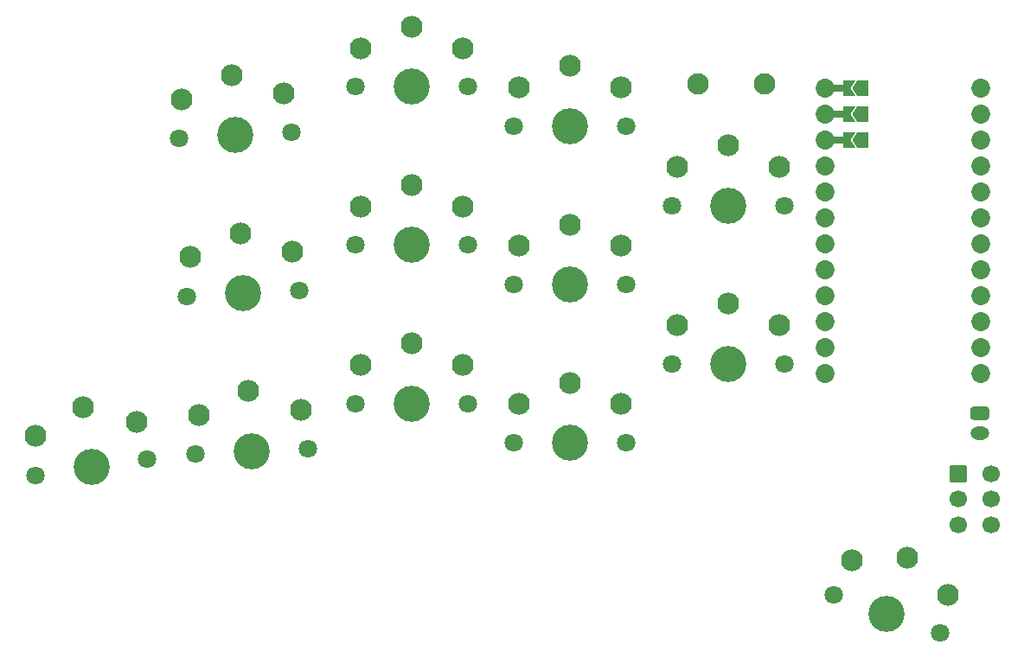
<source format=gbr>
%TF.GenerationSoftware,KiCad,Pcbnew,8.0.5*%
%TF.CreationDate,2024-09-24T21:25:47+10:00*%
%TF.ProjectId,pueo-min-space,7075656f-2d6d-4696-9e2d-73706163652e,0.1*%
%TF.SameCoordinates,Original*%
%TF.FileFunction,Soldermask,Top*%
%TF.FilePolarity,Negative*%
%FSLAX46Y46*%
G04 Gerber Fmt 4.6, Leading zero omitted, Abs format (unit mm)*
G04 Created by KiCad (PCBNEW 8.0.5) date 2024-09-24 21:25:47*
%MOMM*%
%LPD*%
G01*
G04 APERTURE LIST*
G04 Aperture macros list*
%AMRoundRect*
0 Rectangle with rounded corners*
0 $1 Rounding radius*
0 $2 $3 $4 $5 $6 $7 $8 $9 X,Y pos of 4 corners*
0 Add a 4 corners polygon primitive as box body*
4,1,4,$2,$3,$4,$5,$6,$7,$8,$9,$2,$3,0*
0 Add four circle primitives for the rounded corners*
1,1,$1+$1,$2,$3*
1,1,$1+$1,$4,$5*
1,1,$1+$1,$6,$7*
1,1,$1+$1,$8,$9*
0 Add four rect primitives between the rounded corners*
20,1,$1+$1,$2,$3,$4,$5,0*
20,1,$1+$1,$4,$5,$6,$7,0*
20,1,$1+$1,$6,$7,$8,$9,0*
20,1,$1+$1,$8,$9,$2,$3,0*%
%AMFreePoly0*
4,1,16,0.535355,0.785355,0.550000,0.750000,0.550000,-0.750000,0.535355,-0.785355,0.500000,-0.800000,-0.650000,-0.800000,-0.685355,-0.785355,-0.700000,-0.750000,-0.691603,-0.722265,-0.210093,0.000000,-0.691603,0.722265,-0.699029,0.759806,-0.677735,0.791603,-0.650000,0.800000,0.500000,0.800000,0.535355,0.785355,0.535355,0.785355,$1*%
%AMFreePoly1*
4,1,16,0.535355,0.785355,0.541603,0.777735,1.041603,0.027735,1.049029,-0.009806,1.041603,-0.027735,0.541603,-0.777735,0.509806,-0.799029,0.500000,-0.800000,-0.500000,-0.800000,-0.535355,-0.785355,-0.550000,-0.750000,-0.550000,0.750000,-0.535355,0.785355,-0.500000,0.800000,0.500000,0.800000,0.535355,0.785355,0.535355,0.785355,$1*%
G04 Aperture macros list end*
%ADD10C,1.801800*%
%ADD11C,3.529000*%
%ADD12C,2.132000*%
%ADD13RoundRect,0.270833X-0.654167X0.379167X-0.654167X-0.379167X0.654167X-0.379167X0.654167X0.379167X0*%
%ADD14O,1.850000X1.300000*%
%ADD15FreePoly0,180.000000*%
%ADD16RoundRect,0.050000X-0.762000X0.250000X-0.762000X-0.250000X0.762000X-0.250000X0.762000X0.250000X0*%
%ADD17C,1.852600*%
%ADD18FreePoly1,180.000000*%
%ADD19C,2.100000*%
%ADD20RoundRect,0.050000X-0.800000X0.800000X-0.800000X-0.800000X0.800000X-0.800000X0.800000X0.800000X0*%
%ADD21C,1.700000*%
G04 APERTURE END LIST*
D10*
%TO.C,S12*%
X157820834Y-64477911D03*
D11*
X163320834Y-64477911D03*
D10*
X168820834Y-64477911D03*
D12*
X158320834Y-60677911D03*
X168320834Y-60677911D03*
X163320834Y-58577911D03*
%TD*%
D10*
%TO.C,S13*%
X173652522Y-102586798D03*
D11*
X178820831Y-104467909D03*
D10*
X183989140Y-106349020D03*
D12*
X175422044Y-99186976D03*
X184818971Y-102607178D03*
X180838750Y-98923723D03*
%TD*%
D10*
%TO.C,S9*%
X142320834Y-72227911D03*
D11*
X147820834Y-72227911D03*
D10*
X153320834Y-72227911D03*
D12*
X142820834Y-68427911D03*
X152820834Y-68427911D03*
X147820834Y-66327911D03*
%TD*%
D13*
%TO.C,J6*%
X187960420Y-84807747D03*
D14*
X187960417Y-86807747D03*
%TD*%
D10*
%TO.C,S4*%
X109511311Y-57875103D03*
D11*
X115003773Y-57587255D03*
D10*
X120496235Y-57299407D03*
D12*
X109811749Y-54054143D03*
X119798044Y-53530783D03*
X114694991Y-51695341D03*
%TD*%
D10*
%TO.C,S3*%
X110322518Y-73353863D03*
D11*
X115814980Y-73066015D03*
D10*
X121307442Y-72778167D03*
D12*
X110622956Y-69532903D03*
X120609251Y-69009543D03*
X115506198Y-67174101D03*
%TD*%
D10*
%TO.C,S7*%
X126820837Y-52852911D03*
D11*
X132320837Y-52852911D03*
D10*
X137820837Y-52852911D03*
D12*
X127320837Y-49052911D03*
X137320837Y-49052911D03*
X132320837Y-46952911D03*
%TD*%
D10*
%TO.C,S11*%
X157820834Y-79977912D03*
D11*
X163320834Y-79977912D03*
D10*
X168820834Y-79977912D03*
D12*
X158320834Y-76177912D03*
X168320834Y-76177912D03*
X163320834Y-74077912D03*
%TD*%
D10*
%TO.C,S10*%
X142320832Y-56727910D03*
D11*
X147820832Y-56727910D03*
D10*
X153320832Y-56727910D03*
D12*
X142820832Y-52927910D03*
X152820832Y-52927910D03*
X147820832Y-50827910D03*
%TD*%
D10*
%TO.C,S8*%
X142320836Y-87727913D03*
D11*
X147820836Y-87727913D03*
D10*
X153320836Y-87727913D03*
D12*
X142820836Y-83927913D03*
X152820836Y-83927913D03*
X147820836Y-81827913D03*
%TD*%
D10*
%TO.C,S2*%
X111133726Y-88832619D03*
D11*
X116626188Y-88544771D03*
D10*
X122118650Y-88256923D03*
D12*
X111434164Y-85011659D03*
X121420459Y-84488299D03*
X116317406Y-82652857D03*
%TD*%
D15*
%TO.C,MCU1*%
X175060833Y-53012911D03*
D16*
X174135834Y-53012912D03*
D17*
X172765840Y-53012913D03*
X188005829Y-53012915D03*
D15*
X175060833Y-55552912D03*
D16*
X174135832Y-55552912D03*
D17*
X172765833Y-55552912D03*
X188005833Y-55552913D03*
X172765834Y-58092911D03*
X188005835Y-58092912D03*
D15*
X175060834Y-58092912D03*
D16*
X174135832Y-58092912D03*
D17*
X188005834Y-60632914D03*
X172765833Y-60632914D03*
D18*
X176510830Y-53012911D03*
X176510833Y-55552911D03*
X176510833Y-58092912D03*
D17*
X188005833Y-63172912D03*
X188005833Y-65712911D03*
X188005833Y-68252913D03*
X188005834Y-70792913D03*
X188005833Y-73332910D03*
X188005832Y-75872913D03*
X188005833Y-78412912D03*
X188005826Y-80952911D03*
X172765832Y-63172911D03*
X172765833Y-65712911D03*
X172765833Y-68252913D03*
X172765833Y-70792912D03*
X172765832Y-73332910D03*
X172765831Y-75872912D03*
X172765833Y-78412911D03*
X172765837Y-80952909D03*
%TD*%
D10*
%TO.C,S1*%
X95483763Y-90878525D03*
D11*
X100930237Y-90113073D03*
D10*
X106376711Y-89347621D03*
D12*
X95450039Y-87045917D03*
X105352720Y-85654189D03*
X100109116Y-84270491D03*
%TD*%
D10*
%TO.C,S6*%
X126820832Y-68352913D03*
D11*
X132320832Y-68352913D03*
D10*
X137820832Y-68352913D03*
D12*
X127320832Y-64552913D03*
X137320832Y-64552913D03*
X132320832Y-62452913D03*
%TD*%
D19*
%TO.C,SW16*%
X160355000Y-52582000D03*
X166855000Y-52582000D03*
%TD*%
D10*
%TO.C,S5*%
X126820834Y-83852915D03*
D11*
X132320834Y-83852915D03*
D10*
X137820834Y-83852915D03*
D12*
X127320834Y-80052915D03*
X137320834Y-80052915D03*
X132320834Y-77952915D03*
%TD*%
D20*
%TO.C,on/off*%
X185809425Y-90730861D03*
D21*
X185809418Y-93230862D03*
X185809433Y-95730861D03*
X189009435Y-90730853D03*
X189009430Y-93230861D03*
X189009419Y-95730860D03*
%TD*%
M02*

</source>
